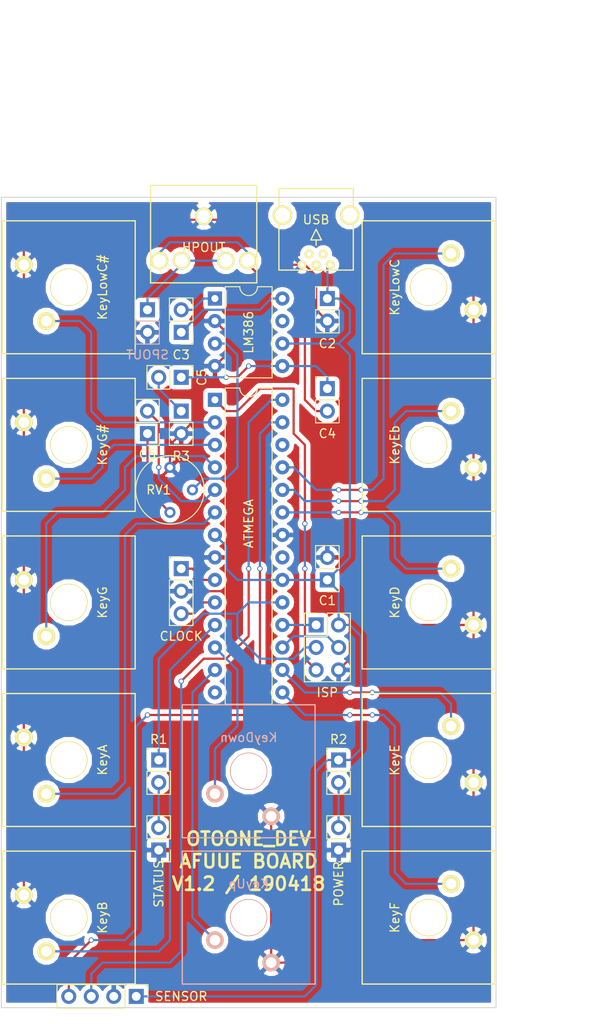
<source format=kicad_pcb>
(kicad_pcb (version 4) (host pcbnew 4.0.1-stable)
  (layers (0 F.Cu signal) (31 B.Cu signal) (34 B.Paste user) (35 F.Paste user) (36 B.SilkS user) (37 F.SilkS user) (38 B.Mask user) (39 F.Mask user) (44 Edge.Cuts user))
  (net 0 "")
  (net 1 "Net-(IC1-Pad1)")
  (net 2 "Net-(IC1-Pad15)")
  (net 3 "Net-(IC1-Pad2)")
  (net 4 "Net-(IC1-Pad16)")
  (net 5 "Net-(IC1-Pad3)")
  (net 6 "Net-(IC1-Pad17)")
  (net 7 "Net-(IC1-Pad4)")
  (net 8 "Net-(IC1-Pad18)")
  (net 9 "Net-(IC1-Pad19)")
  (net 10 "Net-(IC1-Pad6)")
  (net 11 "Net-(IC1-Pad21)")
  (net 12 "Net-(IC1-Pad23)")
  (net 13 "Net-(IC1-Pad24)")
  (net 14 "Net-(IC1-Pad11)")
  (net 15 "Net-(IC1-Pad25)")
  (net 16 "Net-(IC1-Pad12)")
  (net 17 "Net-(IC1-Pad26)")
  (net 18 "Net-(IC1-Pad13)")
  (net 19 "Net-(IC1-Pad27)")
  (net 20 "Net-(IC1-Pad14)")
  (net 21 "Net-(IC1-Pad28)")
  (net 22 "Net-(POWER1-Pad2)")
  (net 23 "Net-(R1-Pad2)")
  (net 24 GND)
  (net 25 "Net-(CLK1-Pad1)")
  (net 26 "Net-(CLK1-Pad3)")
  (net 27 "Net-(KeyA1-Pad3)")
  (net 28 "Net-(KeyB1-Pad3)")
  (net 29 "Net-(KeyD1-Pad3)")
  (net 30 "Net-(KeyDown1-Pad3)")
  (net 31 "Net-(KeyE1-Pad3)")
  (net 32 "Net-(KeyEb1-Pad3)")
  (net 33 "Net-(KeyF1-Pad3)")
  (net 34 "Net-(KeyG#1-Pad3)")
  (net 35 "Net-(KeyG1-Pad3)")
  (net 36 "Net-(KeyLowC#1-Pad3)")
  (net 37 "Net-(KeyLowC1-Pad3)")
  (net 38 "Net-(KeyUp1-Pad3)")
  (net 39 +5V)
  (net 40 "Net-(C3-Pad1)")
  (net 41 "Net-(C3-Pad2)")
  (net 42 "Net-(C4-Pad1)")
  (net 43 "Net-(C4-Pad2)")
  (net 44 "Net-(USB1-Pad3)")
  (net 45 "Net-(USB1-Pad2)")
  (net 46 "Net-(USB1-Pad4)")
  (net 47 "Net-(USB1-Pad6)")
  (net 48 "Net-(USB1-Pad7)")
  (net 49 "Net-(RV1-Pad2)")
  (net 50 "Net-(C6-Pad2)")
  (net 51 "Net-(C6-Pad1)")
  (net 52 "Net-(C5-Pad2)")
  (net 53 "Net-(HPOUT1-Pad3)")
  (module Housings_DIP:DIP-28_W7.62mm (layer F.Cu) (at 106.68 87.63)
    (fp_text reference ATMEGA (at 3.81 13.97 90) (layer F.SilkS))
    (fp_text value ATMEGA328-P)
    (pad 1 thru_hole rect (at 0 0) (size 1.6 1.6) (drill 0.8) (layers *.Cu *.Mask) (net 1 "Net-(IC1-Pad1)"))
    (pad 15 thru_hole oval (at 7.62 33.02) (size 1.6 1.6) (drill 0.8) (layers *.Cu *.Mask) (net 2 "Net-(IC1-Pad15)"))
    (pad 2 thru_hole oval (at 0 2.54) (size 1.6 1.6) (drill 0.8) (layers *.Cu *.Mask) (net 3 "Net-(IC1-Pad2)"))
    (pad 16 thru_hole oval (at 7.62 30.48) (size 1.6 1.6) (drill 0.8) (layers *.Cu *.Mask) (net 4 "Net-(IC1-Pad16)"))
    (pad 3 thru_hole oval (at 0 5.08) (size 1.6 1.6) (drill 0.8) (layers *.Cu *.Mask) (net 5 "Net-(IC1-Pad3)"))
    (pad 17 thru_hole oval (at 7.62 27.94) (size 1.6 1.6) (drill 0.8) (layers *.Cu *.Mask) (net 6 "Net-(IC1-Pad17)"))
    (pad 4 thru_hole oval (at 0 7.62) (size 1.6 1.6) (drill 0.8) (layers *.Cu *.Mask) (net 7 "Net-(IC1-Pad4)"))
    (pad 18 thru_hole oval (at 7.62 25.4) (size 1.6 1.6) (drill 0.8) (layers *.Cu *.Mask) (net 8 "Net-(IC1-Pad18)"))
    (pad 5 thru_hole oval (at 0 10.16) (size 1.6 1.6) (drill 0.8) (layers *.Cu *.Mask) (net 50 "Net-(C6-Pad2)"))
    (pad 19 thru_hole oval (at 7.62 22.86) (size 1.6 1.6) (drill 0.8) (layers *.Cu *.Mask) (net 9 "Net-(IC1-Pad19)"))
    (pad 6 thru_hole oval (at 0 12.7) (size 1.6 1.6) (drill 0.8) (layers *.Cu *.Mask) (net 10 "Net-(IC1-Pad6)"))
    (pad 20 thru_hole oval (at 7.62 20.32) (size 1.6 1.6) (drill 0.8) (layers *.Cu *.Mask) (net 39 +5V))
    (pad 7 thru_hole oval (at 0 15.24) (size 1.6 1.6) (drill 0.8) (layers *.Cu *.Mask) (net 39 +5V))
    (pad 21 thru_hole oval (at 7.62 17.78) (size 1.6 1.6) (drill 0.8) (layers *.Cu *.Mask) (net 11 "Net-(IC1-Pad21)"))
    (pad 8 thru_hole oval (at 0 17.78) (size 1.6 1.6) (drill 0.8) (layers *.Cu *.Mask) (net 24 GND))
    (pad 22 thru_hole oval (at 7.62 15.24) (size 1.6 1.6) (drill 0.8) (layers *.Cu *.Mask) (net 24 GND))
    (pad 9 thru_hole oval (at 0 20.32) (size 1.6 1.6) (drill 0.8) (layers *.Cu *.Mask) (net 25 "Net-(CLK1-Pad1)"))
    (pad 23 thru_hole oval (at 7.62 12.7) (size 1.6 1.6) (drill 0.8) (layers *.Cu *.Mask) (net 12 "Net-(IC1-Pad23)"))
    (pad 10 thru_hole oval (at 0 22.86) (size 1.6 1.6) (drill 0.8) (layers *.Cu *.Mask) (net 26 "Net-(CLK1-Pad3)"))
    (pad 24 thru_hole oval (at 7.62 10.16) (size 1.6 1.6) (drill 0.8) (layers *.Cu *.Mask) (net 13 "Net-(IC1-Pad24)"))
    (pad 11 thru_hole oval (at 0 25.4) (size 1.6 1.6) (drill 0.8) (layers *.Cu *.Mask) (net 14 "Net-(IC1-Pad11)"))
    (pad 25 thru_hole oval (at 7.62 7.62) (size 1.6 1.6) (drill 0.8) (layers *.Cu *.Mask) (net 15 "Net-(IC1-Pad25)"))
    (pad 12 thru_hole oval (at 0 27.94) (size 1.6 1.6) (drill 0.8) (layers *.Cu *.Mask) (net 16 "Net-(IC1-Pad12)"))
    (pad 26 thru_hole oval (at 7.62 5.08) (size 1.6 1.6) (drill 0.8) (layers *.Cu *.Mask) (net 17 "Net-(IC1-Pad26)"))
    (pad 13 thru_hole oval (at 0 30.48) (size 1.6 1.6) (drill 0.8) (layers *.Cu *.Mask) (net 18 "Net-(IC1-Pad13)"))
    (pad 27 thru_hole oval (at 7.62 2.54) (size 1.6 1.6) (drill 0.8) (layers *.Cu *.Mask) (net 19 "Net-(IC1-Pad27)"))
    (pad 14 thru_hole oval (at 0 33.02) (size 1.6 1.6) (drill 0.8) (layers *.Cu *.Mask) (net 20 "Net-(IC1-Pad14)"))
    (pad 28 thru_hole oval (at 7.62 0) (size 1.6 1.6) (drill 0.8) (layers *.Cu *.Mask) (net 21 "Net-(IC1-Pad28)"))
  )
  (module Pin_Headers:Pin_Header_Straight_2x03_Pitch2.54mm (layer F.Cu) (at 118.11 113.03)
    (fp_text reference ISP (at 1.27 7.62) (layer F.SilkS))
    (fp_text value ISP)
    (pad 1 thru_hole rect (at 0 0) (size 1.7 1.7) (drill 1) (layers *.Cu *.Mask) (net 8 "Net-(IC1-Pad18)"))
    (pad 2 thru_hole oval (at 2.54 0) (size 1.7 1.7) (drill 1) (layers *.Cu *.Mask) (net 39 +5V))
    (pad 3 thru_hole oval (at 0 2.54) (size 1.7 1.7) (drill 1) (layers *.Cu *.Mask) (net 9 "Net-(IC1-Pad19)"))
    (pad 4 thru_hole oval (at 2.54 2.54) (size 1.7 1.7) (drill 1) (layers *.Cu *.Mask) (net 6 "Net-(IC1-Pad17)"))
    (pad 5 thru_hole oval (at 0 5.08) (size 1.7 1.7) (drill 1) (layers *.Cu *.Mask) (net 1 "Net-(IC1-Pad1)"))
    (pad 6 thru_hole oval (at 2.54 5.08) (size 1.7 1.7) (drill 1) (layers *.Cu *.Mask) (net 24 GND))
  )
  (module Pin_Headers:Pin_Header_Straight_1x03_Pitch2.54mm (layer F.Cu) (at 102.87 106.68)
    (fp_text reference CLOCK (at 0 7.62) (layer F.SilkS))
    (fp_text value CLOCK)
    (pad 1 thru_hole rect (at 0 0) (size 1.7 1.7) (drill 1) (layers *.Cu *.Mask) (net 25 "Net-(CLK1-Pad1)"))
    (pad 2 thru_hole oval (at 0 2.54) (size 1.7 1.7) (drill 1) (layers *.Cu *.Mask) (net 24 GND))
    (pad 3 thru_hole oval (at 0 5.08) (size 1.7 1.7) (drill 1) (layers *.Cu *.Mask) (net 26 "Net-(CLK1-Pad3)"))
  )
  (module Pin_Headers:Pin_Header_Straight_1x04_Pitch2.54mm (layer F.Cu) (at 97.79 154.94 270)
    (fp_text reference SENSOR (at 0 -5.08 360) (layer F.SilkS))
    (fp_text value BMP180)
    (pad 1 thru_hole rect (at 0 0 270) (size 1.7 1.7) (drill 1) (layers *.Cu *.Mask) (net 39 +5V))
    (pad 2 thru_hole oval (at 0 2.54 270) (size 1.7 1.7) (drill 1) (layers *.Cu *.Mask) (net 24 GND))
    (pad 3 thru_hole oval (at 0 5.08 270) (size 1.7 1.7) (drill 1) (layers *.Cu *.Mask) (net 21 "Net-(IC1-Pad28)"))
    (pad 4 thru_hole oval (at 0 7.62 270) (size 1.7 1.7) (drill 1) (layers *.Cu *.Mask) (net 19 "Net-(IC1-Pad27)"))
  )
  (module Pin_Headers:Pin_Header_Straight_1x02_Pitch2.54mm (layer F.Cu) (at 120.65 138.43 180)
    (fp_text reference POWER (at 0 -3.81 270) (layer F.SilkS))
    (fp_text value LED)
    (pad 1 thru_hole rect (at 0 0 180) (size 1.7 1.7) (drill 1) (layers *.Cu *.Mask) (net 24 GND))
    (pad 2 thru_hole oval (at 0 2.54 180) (size 1.7 1.7) (drill 1) (layers *.Cu *.Mask) (net 22 "Net-(POWER1-Pad2)"))
  )
  (module Pin_Headers:Pin_Header_Straight_1x02_Pitch2.54mm (layer F.Cu) (at 100.33 128.27)
    (fp_text reference R1 (at 0 -2.33) (layer F.SilkS))
    (fp_text value R)
    (pad 1 thru_hole rect (at 0 0) (size 1.7 1.7) (drill 1) (layers *.Cu *.Mask) (net 9 "Net-(IC1-Pad19)"))
    (pad 2 thru_hole oval (at 0 2.54) (size 1.7 1.7) (drill 1) (layers *.Cu *.Mask) (net 23 "Net-(R1-Pad2)"))
  )
  (module Pin_Headers:Pin_Header_Straight_1x02_Pitch2.54mm (layer F.Cu) (at 120.65 128.27)
    (fp_text reference R2 (at 0 -2.33) (layer F.SilkS))
    (fp_text value R)
    (pad 1 thru_hole rect (at 0 0) (size 1.7 1.7) (drill 1) (layers *.Cu *.Mask) (net 39 +5V))
    (pad 2 thru_hole oval (at 0 2.54) (size 1.7 1.7) (drill 1) (layers *.Cu *.Mask) (net 22 "Net-(POWER1-Pad2)"))
  )
  (module Pin_Headers:Pin_Header_Straight_1x02_Pitch2.54mm (layer F.Cu) (at 100.33 138.43 180)
    (fp_text reference STATUS (at 0 -3.81 270) (layer F.SilkS))
    (fp_text value LED)
    (pad 1 thru_hole rect (at 0 0 180) (size 1.7 1.7) (drill 1) (layers *.Cu *.Mask) (net 24 GND))
    (pad 2 thru_hole oval (at 0 2.54 180) (size 1.7 1.7) (drill 1) (layers *.Cu *.Mask) (net 23 "Net-(R1-Pad2)"))
  )
  (module Pin_Headers:Pin_Header_Straight_1x02_Pitch2.54mm (layer B.Cu) (at 99.06 77.47 180)
    (fp_text reference SPOUT (at 0 -5.08 180) (layer B.SilkS) (effects (justify mirror)))
    (fp_text value SPOUT)
    (pad 1 thru_hole rect (at 0 0 180) (size 1.7 1.7) (drill 1) (layers *.Cu *.Mask) (net 53 "Net-(HPOUT1-Pad3)"))
    (pad 2 thru_hole oval (at 0 -2.54 180) (size 1.7 1.7) (drill 1) (layers *.Cu *.Mask) (net 24 GND))
  )
  (module CherryMX-Switch:CherryMX-Switch (layer F.Cu) (at 90.17 74.93 90)
    (fp_text reference KeyLowC# (at 0 3.81 90) (layer F.SilkS))
    (fp_text value KeyLowC#)
    (pad 1 thru_hole circle (at -3.81 -2.54 90) (size 2 2) (drill 1.2) (layers *.Cu *.Mask F.SilkS) (net 3 "Net-(IC1-Pad2)"))
    (pad 2 thru_hole circle (at 2.54 -5.08 90) (size 2 2) (drill 1.2) (layers *.Cu *.Mask F.SilkS) (net 24 GND))
    (pad 3 thru_hole circle (at 0 0 90) (size 4.2 4.2) (drill 4) (layers *.Cu *.Mask F.SilkS) (net 36 "Net-(KeyLowC#1-Pad3)"))
  )
  (module CherryMX-Switch:CherryMX-Switch (layer F.Cu) (at 90.17 92.71 90)
    (fp_text reference KeyG# (at 0 3.81 90) (layer F.SilkS))
    (fp_text value KeyG#)
    (pad 1 thru_hole circle (at -3.81 -2.54 90) (size 2 2) (drill 1.2) (layers *.Cu *.Mask F.SilkS) (net 5 "Net-(IC1-Pad3)"))
    (pad 2 thru_hole circle (at 2.54 -5.08 90) (size 2 2) (drill 1.2) (layers *.Cu *.Mask F.SilkS) (net 24 GND))
    (pad 3 thru_hole circle (at 0 0 90) (size 4.2 4.2) (drill 4) (layers *.Cu *.Mask F.SilkS) (net 34 "Net-(KeyG#1-Pad3)"))
  )
  (module CherryMX-Switch:CherryMX-Switch (layer F.Cu) (at 90.17 110.49 90)
    (fp_text reference KeyG (at 0 3.81 90) (layer F.SilkS))
    (fp_text value KeyG)
    (pad 1 thru_hole circle (at -3.81 -2.54 90) (size 2 2) (drill 1.2) (layers *.Cu *.Mask F.SilkS) (net 7 "Net-(IC1-Pad4)"))
    (pad 2 thru_hole circle (at 2.54 -5.08 90) (size 2 2) (drill 1.2) (layers *.Cu *.Mask F.SilkS) (net 24 GND))
    (pad 3 thru_hole circle (at 0 0 90) (size 4.2 4.2) (drill 4) (layers *.Cu *.Mask F.SilkS) (net 35 "Net-(KeyG1-Pad3)"))
  )
  (module CherryMX-Switch:CherryMX-Switch (layer F.Cu) (at 90.17 128.27 90)
    (fp_text reference KeyA (at 0 3.81 90) (layer F.SilkS))
    (fp_text value KeyA)
    (pad 1 thru_hole circle (at -3.81 -2.54 90) (size 2 2) (drill 1.2) (layers *.Cu *.Mask F.SilkS) (net 10 "Net-(IC1-Pad6)"))
    (pad 2 thru_hole circle (at 2.54 -5.08 90) (size 2 2) (drill 1.2) (layers *.Cu *.Mask F.SilkS) (net 24 GND))
    (pad 3 thru_hole circle (at 0 0 90) (size 4.2 4.2) (drill 4) (layers *.Cu *.Mask F.SilkS) (net 27 "Net-(KeyA1-Pad3)"))
  )
  (module CherryMX-Switch:CherryMX-Switch (layer F.Cu) (at 90.17 146.05 90)
    (fp_text reference KeyB (at 0 3.81 90) (layer F.SilkS))
    (fp_text value KeyB)
    (pad 1 thru_hole circle (at -3.81 -2.54 90) (size 2 2) (drill 1.2) (layers *.Cu *.Mask F.SilkS) (net 14 "Net-(IC1-Pad11)"))
    (pad 2 thru_hole circle (at 2.54 -5.08 90) (size 2 2) (drill 1.2) (layers *.Cu *.Mask F.SilkS) (net 24 GND))
    (pad 3 thru_hole circle (at 0 0 90) (size 4.2 4.2) (drill 4) (layers *.Cu *.Mask F.SilkS) (net 28 "Net-(KeyB1-Pad3)"))
  )
  (module CherryMX-Switch:CherryMX-Switch (layer F.Cu) (at 130.81 146.05 270)
    (fp_text reference KeyF (at 0 3.81 270) (layer F.SilkS))
    (fp_text value KeyF)
    (pad 1 thru_hole circle (at -3.81 -2.54 270) (size 2 2) (drill 1.2) (layers *.Cu *.Mask F.SilkS) (net 2 "Net-(IC1-Pad15)"))
    (pad 2 thru_hole circle (at 2.54 -5.08 270) (size 2 2) (drill 1.2) (layers *.Cu *.Mask F.SilkS) (net 24 GND))
    (pad 3 thru_hole circle (at 0 0 270) (size 4.2 4.2) (drill 4) (layers *.Cu *.Mask F.SilkS) (net 33 "Net-(KeyF1-Pad3)"))
  )
  (module CherryMX-Switch:CherryMX-Switch (layer B.Cu) (at 110.49 129.54)
    (fp_text reference KeyDown (at 0 -3.81) (layer B.SilkS) (effects (justify mirror)))
    (fp_text value KeyOctDown)
    (pad 1 thru_hole circle (at -3.81 2.54) (size 2 2) (drill 1.2) (layers *.Cu *.Mask B.SilkS) (net 16 "Net-(IC1-Pad12)"))
    (pad 2 thru_hole circle (at 2.54 5.08) (size 2 2) (drill 1.2) (layers *.Cu *.Mask B.SilkS) (net 24 GND))
    (pad 3 thru_hole circle (at 0 0) (size 4.2 4.2) (drill 4) (layers *.Cu *.Mask B.SilkS) (net 30 "Net-(KeyDown1-Pad3)"))
  )
  (module CherryMX-Switch:CherryMX-Switch (layer B.Cu) (at 110.49 146.05)
    (fp_text reference KeyUp (at 0 -3.81) (layer B.SilkS) (effects (justify mirror)))
    (fp_text value KeyOctUp)
    (pad 1 thru_hole circle (at -3.81 2.54) (size 2 2) (drill 1.2) (layers *.Cu *.Mask B.SilkS) (net 18 "Net-(IC1-Pad13)"))
    (pad 2 thru_hole circle (at 2.54 5.08) (size 2 2) (drill 1.2) (layers *.Cu *.Mask B.SilkS) (net 24 GND))
    (pad 3 thru_hole circle (at 0 0) (size 4.2 4.2) (drill 4) (layers *.Cu *.Mask B.SilkS) (net 38 "Net-(KeyUp1-Pad3)"))
  )
  (module CherryMX-Switch:CherryMX-Switch (layer F.Cu) (at 130.81 128.27 270)
    (fp_text reference KeyE (at 0 3.81 270) (layer F.SilkS))
    (fp_text value KeyE)
    (pad 1 thru_hole circle (at -3.81 -2.54 270) (size 2 2) (drill 1.2) (layers *.Cu *.Mask F.SilkS) (net 4 "Net-(IC1-Pad16)"))
    (pad 2 thru_hole circle (at 2.54 -5.08 270) (size 2 2) (drill 1.2) (layers *.Cu *.Mask F.SilkS) (net 24 GND))
    (pad 3 thru_hole circle (at 0 0 270) (size 4.2 4.2) (drill 4) (layers *.Cu *.Mask F.SilkS) (net 31 "Net-(KeyE1-Pad3)"))
  )
  (module CherryMX-Switch:CherryMX-Switch (layer F.Cu) (at 130.81 110.49 270)
    (fp_text reference KeyD (at 0 3.81 270) (layer F.SilkS))
    (fp_text value KeyD)
    (pad 1 thru_hole circle (at -3.81 -2.54 270) (size 2 2) (drill 1.2) (layers *.Cu *.Mask F.SilkS) (net 12 "Net-(IC1-Pad23)"))
    (pad 2 thru_hole circle (at 2.54 -5.08 270) (size 2 2) (drill 1.2) (layers *.Cu *.Mask F.SilkS) (net 24 GND))
    (pad 3 thru_hole circle (at 0 0 270) (size 4.2 4.2) (drill 4) (layers *.Cu *.Mask F.SilkS) (net 29 "Net-(KeyD1-Pad3)"))
  )
  (module CherryMX-Switch:CherryMX-Switch (layer F.Cu) (at 130.81 92.71 270)
    (fp_text reference KeyEb (at 0 3.81 270) (layer F.SilkS))
    (fp_text value KeyEb)
    (pad 1 thru_hole circle (at -3.81 -2.54 270) (size 2 2) (drill 1.2) (layers *.Cu *.Mask F.SilkS) (net 13 "Net-(IC1-Pad24)"))
    (pad 2 thru_hole circle (at 2.54 -5.08 270) (size 2 2) (drill 1.2) (layers *.Cu *.Mask F.SilkS) (net 24 GND))
    (pad 3 thru_hole circle (at 0 0 270) (size 4.2 4.2) (drill 4) (layers *.Cu *.Mask F.SilkS) (net 32 "Net-(KeyEb1-Pad3)"))
  )
  (module CherryMX-Switch:CherryMX-Switch (layer F.Cu) (at 130.81 74.93 270)
    (fp_text reference KeyLowC (at 0 3.81 270) (layer F.SilkS))
    (fp_text value KeyLowC)
    (pad 1 thru_hole circle (at -3.81 -2.54 270) (size 2 2) (drill 1.2) (layers *.Cu *.Mask F.SilkS) (net 15 "Net-(IC1-Pad25)"))
    (pad 2 thru_hole circle (at 2.54 -5.08 270) (size 2 2) (drill 1.2) (layers *.Cu *.Mask F.SilkS) (net 24 GND))
    (pad 3 thru_hole circle (at 0 0 270) (size 4.2 4.2) (drill 4) (layers *.Cu *.Mask F.SilkS) (net 37 "Net-(KeyLowC1-Pad3)"))
  )
  (module Pin_Headers:Pin_Header_Straight_1x02_Pitch2.54mm (layer F.Cu) (at 119.38 107.95 180)
    (fp_text reference C1 (at 0 -2.33 180) (layer F.SilkS))
    (fp_text value C)
    (pad 1 thru_hole rect (at 0 0 180) (size 1.7 1.7) (drill 1) (layers *.Cu *.Mask) (net 39 +5V))
    (pad 2 thru_hole oval (at 0 2.54 180) (size 1.7 1.7) (drill 1) (layers *.Cu *.Mask) (net 24 GND))
  )
  (module Pin_Headers:Pin_Header_Straight_1x02_Pitch2.54mm (layer F.Cu) (at 119.38 86.36)
    (fp_text reference C4 (at 0 5.08 180) (layer F.SilkS))
    (fp_text value CP1)
    (pad 1 thru_hole rect (at 0 0) (size 1.7 1.7) (drill 1) (layers *.Cu *.Mask) (net 42 "Net-(C4-Pad1)"))
    (pad 2 thru_hole oval (at 0 2.54) (size 1.7 1.7) (drill 1) (layers *.Cu *.Mask) (net 43 "Net-(C4-Pad2)"))
  )
  (module Pin_Headers:Pin_Header_Straight_1x02_Pitch2.54mm (layer F.Cu) (at 102.87 80.01 180)
    (fp_text reference C3 (at 0 -2.54 180) (layer F.SilkS))
    (fp_text value C)
    (pad 1 thru_hole rect (at 0 0 180) (size 1.7 1.7) (drill 1) (layers *.Cu *.Mask) (net 40 "Net-(C3-Pad1)"))
    (pad 2 thru_hole oval (at 0 2.54 180) (size 1.7 1.7) (drill 1) (layers *.Cu *.Mask) (net 41 "Net-(C3-Pad2)"))
  )
  (module Housings_DIP:DIP-8_W7.62mm (layer F.Cu) (at 106.68 76.2)
    (fp_text reference LM386 (at 3.81 3.81 90) (layer F.SilkS))
    (fp_text value LM386)
    (pad 1 thru_hole rect (at 0 0) (size 1.6 1.6) (drill 0.8) (layers *.Cu *.Mask) (net 41 "Net-(C3-Pad2)"))
    (pad 5 thru_hole oval (at 7.62 7.62) (size 1.6 1.6) (drill 0.8) (layers *.Cu *.Mask) (net 42 "Net-(C4-Pad1)"))
    (pad 2 thru_hole oval (at 0 2.54) (size 1.6 1.6) (drill 0.8) (layers *.Cu *.Mask) (net 24 GND))
    (pad 6 thru_hole oval (at 7.62 5.08) (size 1.6 1.6) (drill 0.8) (layers *.Cu *.Mask) (net 39 +5V))
    (pad 3 thru_hole oval (at 0 5.08) (size 1.6 1.6) (drill 0.8) (layers *.Cu *.Mask) (net 49 "Net-(RV1-Pad2)"))
    (pad 7 thru_hole oval (at 7.62 2.54) (size 1.6 1.6) (drill 0.8) (layers *.Cu *.Mask))
    (pad 4 thru_hole oval (at 0 7.62) (size 1.6 1.6) (drill 0.8) (layers *.Cu *.Mask) (net 24 GND))
    (pad 8 thru_hole oval (at 7.62 0) (size 1.6 1.6) (drill 0.8) (layers *.Cu *.Mask) (net 40 "Net-(C3-Pad1)"))
  )
  (module "MiniUSB_B:miniUSB(USB32BJ)" (layer F.Cu) (at 118.11 72.39 180)
    (fp_text reference USB (at 0 5.08 180) (layer F.SilkS))
    (fp_text value miniUSB)
    (pad 3 thru_hole circle (at 0 0 180) (size 1 1) (drill 0.5) (layers *.Cu *.Mask F.SilkS) (net 44 "Net-(USB1-Pad3)"))
    (pad 5 thru_hole circle (at 1.6 0 180) (size 1 1) (drill 0.5) (layers *.Cu *.Mask F.SilkS) (net 24 GND))
    (pad 1 thru_hole circle (at -1.6 0 180) (size 1 1) (drill 0.5) (layers *.Cu *.Mask F.SilkS) (net 39 +5V))
    (pad 2 thru_hole circle (at -0.8 1.2 180) (size 1 1) (drill 0.5) (layers *.Cu *.Mask F.SilkS) (net 45 "Net-(USB1-Pad2)"))
    (pad 4 thru_hole circle (at 0.8 1.2 180) (size 1 1) (drill 0.5) (layers *.Cu *.Mask F.SilkS) (net 46 "Net-(USB1-Pad4)"))
    (pad 6 thru_hole circle (at 3.8 5.6 180) (size 2.2 2.2) (drill 1.7) (layers *.Cu *.Mask F.SilkS) (net 47 "Net-(USB1-Pad6)"))
    (pad 7 thru_hole circle (at -3.8 5.6 180) (size 2.2 2.2) (drill 1.7) (layers *.Cu *.Mask F.SilkS) (net 48 "Net-(USB1-Pad7)"))
  )
  (module Potentiometers:Potentiometer_Trimmer_Bourns_3339P_Horizontal (layer F.Cu) (at 101.6 95.25 180)
    (fp_text reference RV1 (at 1.27 -2.54 180) (layer F.SilkS))
    (fp_text value POT)
    (pad 3 thru_hole circle (at 0 -5.08 180) (size 1.26 1.26) (drill 0.7) (layers *.Cu *.Mask) (net 51 "Net-(C6-Pad1)"))
    (pad 2 thru_hole circle (at -2.54 -2.54 180) (size 1.26 1.26) (drill 0.7) (layers *.Cu *.Mask) (net 49 "Net-(RV1-Pad2)"))
    (pad 1 thru_hole circle (at 0 0 180) (size 1.26 1.26) (drill 0.7) (layers *.Cu *.Mask) (net 24 GND))
  )
  (module Pin_Headers:Pin_Header_Straight_1x02_Pitch2.54mm (layer F.Cu) (at 119.38 76.2)
    (fp_text reference C2 (at 0 5.08) (layer F.SilkS))
    (fp_text value CP1)
    (pad 1 thru_hole rect (at 0 0) (size 1.7 1.7) (drill 1) (layers *.Cu *.Mask) (net 39 +5V))
    (pad 2 thru_hole oval (at 0 2.54) (size 1.7 1.7) (drill 1) (layers *.Cu *.Mask) (net 24 GND))
  )
  (module Pin_Headers:Pin_Header_Straight_1x02_Pitch2.54mm (layer F.Cu) (at 102.87 85.09 270)
    (fp_text reference C5 (at 0 -2.33 270) (layer F.SilkS))
    (fp_text value C)
    (pad 1 thru_hole rect (at 0 0 270) (size 1.7 1.7) (drill 1) (layers *.Cu *.Mask) (net 42 "Net-(C4-Pad1)"))
    (pad 2 thru_hole oval (at 0 2.54 270) (size 1.7 1.7) (drill 1) (layers *.Cu *.Mask) (net 52 "Net-(C5-Pad2)"))
  )
  (module Pin_Headers:Pin_Header_Straight_1x02_Pitch2.54mm (layer F.Cu) (at 99.06 91.44 180)
    (fp_text reference C6 (at 0 -2.33 180) (layer F.SilkS))
    (fp_text value C)
    (pad 1 thru_hole rect (at 0 0 180) (size 1.7 1.7) (drill 1) (layers *.Cu *.Mask) (net 51 "Net-(C6-Pad1)"))
    (pad 2 thru_hole oval (at 0 2.54 180) (size 1.7 1.7) (drill 1) (layers *.Cu *.Mask) (net 50 "Net-(C6-Pad2)"))
  )
  (module Pin_Headers:Pin_Header_Straight_1x02_Pitch2.54mm (layer F.Cu) (at 102.87 88.9)
    (fp_text reference R3 (at 0 5.08) (layer F.SilkS))
    (fp_text value R)
    (pad 1 thru_hole rect (at 0 0) (size 1.7 1.7) (drill 1) (layers *.Cu *.Mask) (net 52 "Net-(C5-Pad2)"))
    (pad 2 thru_hole oval (at 0 2.54) (size 1.7 1.7) (drill 1) (layers *.Cu *.Mask) (net 24 GND))
  )
  (module "HPJack_PJ307:PJ-307 AudioJack" (layer F.Cu) (at 105.41 74.93)
    (fp_text reference HPOUT (at 0 -4.5) (layer F.SilkS))
    (fp_text value HPOUT)
    (pad 1 thru_hole circle (at 0 -8) (size 2 2) (drill 1.5) (layers *.Cu *.Mask F.SilkS) (net 24 GND))
    (pad 2 thru_hole circle (at 5 -3) (size 2 2) (drill 1.5) (layers *.Cu *.Mask F.SilkS) (net 43 "Net-(C4-Pad2)"))
    (pad 3 thru_hole circle (at 2.5 -3) (size 2 2) (drill 1.5) (layers *.Cu *.Mask F.SilkS) (net 53 "Net-(HPOUT1-Pad3)"))
    (pad 4 thru_hole circle (at -2.5 -3) (size 2 2) (drill 1.5) (layers *.Cu *.Mask F.SilkS) (net 53 "Net-(HPOUT1-Pad3)"))
    (pad 5 thru_hole circle (at -5 -3) (size 2 2) (drill 1.5) (layers *.Cu *.Mask F.SilkS) (net 43 "Net-(C4-Pad2)"))
  )
  (gr_text "V1.2 / 190418" (at 110.49 142.24) (layer F.SilkS) (effects (font (size 1.5 1.5) (thickness 0.3))))
  (gr_text "AFUUE BOARD\n" (at 110.49 139.7) (layer F.SilkS) (effects (font (size 1.5 1.5) (thickness 0.3))))
  (gr_text OTOONE_DEV (at 110.49 137.16) (layer F.SilkS) (effects (font (size 1.5 1.5) (thickness 0.3))))
  (gr_line (start 82.55 156.21) (end 82.55 64.77) (angle 90) (layer Edge.Cuts) (width 0.1))
  (gr_line (start 138.43 156.21) (end 82.55 156.21) (angle 90) (layer Edge.Cuts) (width 0.1))
  (gr_line (start 138.43 64.77) (end 138.43 156.21) (angle 90) (layer Edge.Cuts) (width 0.1))
  (gr_line (start 82.55 64.77) (end 138.43 64.77) (angle 90) (layer Edge.Cuts) (width 0.1))
  (segment (start 112.09 72.06) (end 112.09 72.39) (width 0.25) (layer F.Cu) (net 0))
  (segment (start 118.11 118.11) (end 116.84 116.84) (width 0.25) (layer F.Cu) (net 1))
  (segment (start 107.95 88.9) (end 106.68 87.63) (width 0.25) (layer F.Cu) (net 1))
  (segment (start 109.22 88.9) (end 107.95 88.9) (width 0.25) (layer F.Cu) (net 1))
  (segment (start 111.76 86.36) (end 109.22 88.9) (width 0.25) (layer F.Cu) (net 1))
  (segment (start 115.57 86.36) (end 111.76 86.36) (width 0.25) (layer F.Cu) (net 1))
  (segment (start 115.57 91.44) (end 115.57 86.36) (width 0.25) (layer F.Cu) (net 1))
  (segment (start 116.84 106.68) (end 116.84 116.84) (width 0.25) (layer F.Cu) (net 1))
  (segment (start 116.84 101.6) (end 116.84 92.71) (width 0.25) (layer F.Cu) (net 1))
  (via (at 116.84 101.6) (size 0.6) (drill 0.4) (layers F.Cu B.Cu) (net 1))
  (segment (start 116.84 101.6) (end 116.84 106.68) (width 0.25) (layer B.Cu) (net 1))
  (via (at 116.84 106.68) (size 0.6) (drill 0.4) (layers F.Cu B.Cu) (net 1))
  (segment (start 116.84 92.71) (end 115.57 91.44) (width 0.25) (layer F.Cu) (net 1))
  (segment (start 114.3 120.65) (end 116.84 123.19) (width 0.25) (layer B.Cu) (net 2))
  (segment (start 128.27 142.24) (end 133.35 142.24) (width 0.25) (layer B.Cu) (net 2))
  (segment (start 127 140.97) (end 128.27 142.24) (width 0.25) (layer B.Cu) (net 2))
  (segment (start 127 124.46) (end 127 140.97) (width 0.25) (layer B.Cu) (net 2))
  (segment (start 125.73 123.19) (end 127 124.46) (width 0.25) (layer B.Cu) (net 2))
  (segment (start 124.46 123.19) (end 125.73 123.19) (width 0.25) (layer B.Cu) (net 2))
  (via (at 124.46 123.19) (size 0.6) (drill 0.4) (layers F.Cu B.Cu) (net 2))
  (segment (start 121.92 123.19) (end 124.46 123.19) (width 0.25) (layer F.Cu) (net 2))
  (via (at 121.92 123.19) (size 0.6) (drill 0.4) (layers F.Cu B.Cu) (net 2))
  (segment (start 116.84 123.19) (end 121.92 123.19) (width 0.25) (layer B.Cu) (net 2))
  (segment (start 106.68 90.17) (end 93.98 90.17) (width 0.25) (layer B.Cu) (net 3))
  (segment (start 91.44 78.74) (end 87.63 78.74) (width 0.25) (layer B.Cu) (net 3))
  (segment (start 92.71 80.01) (end 91.44 78.74) (width 0.25) (layer B.Cu) (net 3))
  (segment (start 92.71 88.9) (end 92.71 80.01) (width 0.25) (layer B.Cu) (net 3))
  (segment (start 93.98 90.17) (end 92.71 88.9) (width 0.25) (layer B.Cu) (net 3))
  (segment (start 114.3 118.11) (end 116.84 120.65) (width 0.25) (layer B.Cu) (net 4))
  (segment (start 133.35 121.92) (end 133.35 124.46) (width 0.25) (layer B.Cu) (net 4))
  (segment (start 132.08 120.65) (end 133.35 121.92) (width 0.25) (layer B.Cu) (net 4))
  (segment (start 124.46 120.65) (end 132.08 120.65) (width 0.25) (layer B.Cu) (net 4))
  (via (at 124.46 120.65) (size 0.6) (drill 0.4) (layers F.Cu B.Cu) (net 4))
  (segment (start 121.92 120.65) (end 124.46 120.65) (width 0.25) (layer F.Cu) (net 4))
  (via (at 121.92 120.65) (size 0.6) (drill 0.4) (layers F.Cu B.Cu) (net 4))
  (segment (start 116.84 120.65) (end 121.92 120.65) (width 0.25) (layer B.Cu) (net 4))
  (segment (start 106.68 92.71) (end 95.25 92.71) (width 0.25) (layer B.Cu) (net 5))
  (segment (start 92.71 96.52) (end 87.63 96.52) (width 0.25) (layer B.Cu) (net 5))
  (segment (start 93.98 95.25) (end 92.71 96.52) (width 0.25) (layer B.Cu) (net 5))
  (segment (start 93.98 93.98) (end 93.98 95.25) (width 0.25) (layer B.Cu) (net 5))
  (segment (start 95.25 92.71) (end 93.98 93.98) (width 0.25) (layer B.Cu) (net 5))
  (segment (start 114.3 115.57) (end 115.57 114.3) (width 0.25) (layer B.Cu) (net 6))
  (segment (start 119.38 114.3) (end 120.65 115.57) (width 0.25) (layer B.Cu) (net 6))
  (segment (start 115.57 114.3) (end 119.38 114.3) (width 0.25) (layer B.Cu) (net 6))
  (segment (start 87.63 101.6) (end 87.63 114.3) (width 0.25) (layer B.Cu) (net 7))
  (segment (start 88.9 100.33) (end 87.63 101.6) (width 0.25) (layer B.Cu) (net 7))
  (segment (start 93.98 100.33) (end 88.9 100.33) (width 0.25) (layer B.Cu) (net 7))
  (segment (start 96.52 97.79) (end 93.98 100.33) (width 0.25) (layer B.Cu) (net 7))
  (segment (start 96.52 95.25) (end 96.52 97.79) (width 0.25) (layer B.Cu) (net 7))
  (segment (start 106.68 95.25) (end 105.41 93.98) (width 0.25) (layer B.Cu) (net 7))
  (segment (start 105.41 93.98) (end 97.79 93.98) (width 0.25) (layer B.Cu) (net 7))
  (segment (start 97.79 93.98) (end 96.52 95.25) (width 0.25) (layer B.Cu) (net 7))
  (segment (start 114.3 113.03) (end 118.11 113.03) (width 0.25) (layer B.Cu) (net 8))
  (segment (start 100.33 128.27) (end 100.33 116.84) (width 0.25) (layer B.Cu) (net 9))
  (segment (start 105.41 111.76) (end 109.22 111.76) (width 0.25) (layer B.Cu) (net 9))
  (segment (start 100.33 116.84) (end 105.41 111.76) (width 0.25) (layer B.Cu) (net 9))
  (segment (start 109.22 114.3) (end 109.22 111.76) (width 0.25) (layer B.Cu) (net 9))
  (segment (start 110.49 110.49) (end 114.3 110.49) (width 0.25) (layer B.Cu) (net 9))
  (segment (start 109.22 111.76) (end 110.49 110.49) (width 0.25) (layer B.Cu) (net 9))
  (segment (start 111.76 116.84) (end 115.57 116.84) (width 0.25) (layer B.Cu) (net 9))
  (segment (start 109.22 114.3) (end 111.76 116.84) (width 0.25) (layer B.Cu) (net 9))
  (segment (start 118.11 115.57) (end 116.84 115.57) (width 0.25) (layer B.Cu) (net 9))
  (segment (start 116.84 115.57) (end 115.57 116.84) (width 0.25) (layer B.Cu) (net 9))
  (segment (start 106.68 100.33) (end 105.41 101.6) (width 0.25) (layer B.Cu) (net 10))
  (segment (start 95.25 132.08) (end 87.63 132.08) (width 0.25) (layer B.Cu) (net 10))
  (segment (start 96.52 130.81) (end 95.25 132.08) (width 0.25) (layer B.Cu) (net 10))
  (segment (start 96.52 102.87) (end 96.52 130.81) (width 0.25) (layer B.Cu) (net 10))
  (segment (start 97.79 101.6) (end 96.52 102.87) (width 0.25) (layer B.Cu) (net 10))
  (segment (start 105.41 101.6) (end 97.79 101.6) (width 0.25) (layer B.Cu) (net 10))
  (segment (start 114.3 100.33) (end 120.65 100.33) (width 0.25) (layer B.Cu) (net 12))
  (segment (start 128.27 106.68) (end 133.35 106.68) (width 0.25) (layer B.Cu) (net 12))
  (segment (start 127 105.41) (end 128.27 106.68) (width 0.25) (layer B.Cu) (net 12))
  (segment (start 127 101.6) (end 127 105.41) (width 0.25) (layer B.Cu) (net 12))
  (segment (start 125.73 100.33) (end 127 101.6) (width 0.25) (layer B.Cu) (net 12))
  (segment (start 123.19 100.33) (end 125.73 100.33) (width 0.25) (layer B.Cu) (net 12))
  (via (at 123.19 100.33) (size 0.6) (drill 0.4) (layers F.Cu B.Cu) (net 12))
  (segment (start 120.65 100.33) (end 123.19 100.33) (width 0.25) (layer F.Cu) (net 12))
  (via (at 120.65 100.33) (size 0.6) (drill 0.4) (layers F.Cu B.Cu) (net 12))
  (segment (start 114.3 97.79) (end 115.57 97.79) (width 0.25) (layer B.Cu) (net 13))
  (segment (start 128.27 88.9) (end 133.35 88.9) (width 0.25) (layer B.Cu) (net 13))
  (segment (start 127 90.17) (end 128.27 88.9) (width 0.25) (layer B.Cu) (net 13))
  (segment (start 127 97.79) (end 127 90.17) (width 0.25) (layer B.Cu) (net 13))
  (segment (start 125.73 99.06) (end 127 97.79) (width 0.25) (layer B.Cu) (net 13))
  (segment (start 123.19 99.06) (end 125.73 99.06) (width 0.25) (layer B.Cu) (net 13))
  (via (at 123.19 99.06) (size 0.6) (drill 0.4) (layers F.Cu B.Cu) (net 13))
  (segment (start 120.65 99.06) (end 123.19 99.06) (width 0.25) (layer F.Cu) (net 13))
  (via (at 120.65 99.06) (size 0.6) (drill 0.4) (layers F.Cu B.Cu) (net 13))
  (segment (start 116.84 99.06) (end 120.65 99.06) (width 0.25) (layer B.Cu) (net 13))
  (segment (start 115.57 97.79) (end 116.84 99.06) (width 0.25) (layer B.Cu) (net 13))
  (segment (start 106.68 113.03) (end 101.6 118.11) (width 0.25) (layer B.Cu) (net 14))
  (segment (start 100.33 149.86) (end 87.63 149.86) (width 0.25) (layer B.Cu) (net 14))
  (segment (start 101.6 148.59) (end 100.33 149.86) (width 0.25) (layer B.Cu) (net 14))
  (segment (start 101.6 118.11) (end 101.6 148.59) (width 0.25) (layer B.Cu) (net 14))
  (segment (start 114.3 95.25) (end 115.57 95.25) (width 0.25) (layer B.Cu) (net 15))
  (segment (start 127 71.12) (end 133.35 71.12) (width 0.25) (layer B.Cu) (net 15))
  (segment (start 125.73 72.39) (end 127 71.12) (width 0.25) (layer B.Cu) (net 15))
  (segment (start 125.73 96.52) (end 125.73 72.39) (width 0.25) (layer B.Cu) (net 15))
  (segment (start 124.46 97.79) (end 125.73 96.52) (width 0.25) (layer B.Cu) (net 15))
  (segment (start 123.19 97.79) (end 124.46 97.79) (width 0.25) (layer B.Cu) (net 15))
  (via (at 123.19 97.79) (size 0.6) (drill 0.4) (layers F.Cu B.Cu) (net 15))
  (segment (start 120.65 97.79) (end 123.19 97.79) (width 0.25) (layer F.Cu) (net 15))
  (via (at 120.65 97.79) (size 0.6) (drill 0.4) (layers F.Cu B.Cu) (net 15))
  (segment (start 118.11 97.79) (end 120.65 97.79) (width 0.25) (layer B.Cu) (net 15))
  (segment (start 115.57 95.25) (end 118.11 97.79) (width 0.25) (layer B.Cu) (net 15))
  (segment (start 106.68 132.08) (end 106.68 127) (width 0.25) (layer B.Cu) (net 16))
  (segment (start 109.22 118.11) (end 106.68 115.57) (width 0.25) (layer B.Cu) (net 16))
  (segment (start 109.22 124.46) (end 109.22 118.11) (width 0.25) (layer B.Cu) (net 16))
  (segment (start 106.68 127) (end 109.22 124.46) (width 0.25) (layer B.Cu) (net 16))
  (segment (start 106.68 148.59) (end 104.14 146.05) (width 0.25) (layer B.Cu) (net 18))
  (segment (start 104.14 120.65) (end 106.68 118.11) (width 0.25) (layer B.Cu) (net 18))
  (segment (start 104.14 146.05) (end 104.14 120.65) (width 0.25) (layer B.Cu) (net 18))
  (segment (start 114.3 90.17) (end 113.03 90.17) (width 0.25) (layer B.Cu) (net 19))
  (segment (start 90.17 151.13) (end 90.17 154.94) (width 0.25) (layer F.Cu) (net 19))
  (segment (start 91.44 149.86) (end 90.17 151.13) (width 0.25) (layer F.Cu) (net 19))
  (segment (start 92.71 148.59) (end 91.44 149.86) (width 0.25) (layer F.Cu) (net 19))
  (via (at 92.71 148.59) (size 0.6) (drill 0.4) (layers F.Cu B.Cu) (net 19))
  (segment (start 96.52 148.59) (end 92.71 148.59) (width 0.25) (layer B.Cu) (net 19))
  (segment (start 97.79 147.32) (end 96.52 148.59) (width 0.25) (layer B.Cu) (net 19))
  (segment (start 97.79 124.46) (end 97.79 147.32) (width 0.25) (layer B.Cu) (net 19))
  (segment (start 99.06 123.19) (end 97.79 124.46) (width 0.25) (layer B.Cu) (net 19))
  (via (at 99.06 123.19) (size 0.6) (drill 0.4) (layers F.Cu B.Cu) (net 19))
  (segment (start 110.49 123.19) (end 99.06 123.19) (width 0.25) (layer F.Cu) (net 19))
  (segment (start 111.76 121.92) (end 110.49 123.19) (width 0.25) (layer F.Cu) (net 19))
  (segment (start 111.76 118.11) (end 111.76 121.92) (width 0.25) (layer F.Cu) (net 19))
  (segment (start 111.76 106.68) (end 111.76 118.11) (width 0.25) (layer F.Cu) (net 19))
  (via (at 111.76 106.68) (size 0.6) (drill 0.4) (layers F.Cu B.Cu) (net 19))
  (segment (start 111.76 91.44) (end 111.76 106.68) (width 0.25) (layer B.Cu) (net 19))
  (segment (start 113.03 90.17) (end 111.76 91.44) (width 0.25) (layer B.Cu) (net 19))
  (segment (start 114.3 87.63) (end 113.03 87.63) (width 0.25) (layer B.Cu) (net 21))
  (segment (start 92.71 152.4) (end 92.71 154.94) (width 0.25) (layer B.Cu) (net 21))
  (segment (start 93.98 151.13) (end 92.71 152.4) (width 0.25) (layer B.Cu) (net 21))
  (segment (start 101.6 151.13) (end 93.98 151.13) (width 0.25) (layer B.Cu) (net 21))
  (segment (start 102.87 149.86) (end 101.6 151.13) (width 0.25) (layer B.Cu) (net 21))
  (segment (start 102.87 119.38) (end 102.87 149.86) (width 0.25) (layer B.Cu) (net 21))
  (via (at 102.87 119.38) (size 0.6) (drill 0.4) (layers F.Cu B.Cu) (net 21))
  (segment (start 105.41 116.84) (end 102.87 119.38) (width 0.25) (layer F.Cu) (net 21))
  (segment (start 107.95 116.84) (end 105.41 116.84) (width 0.25) (layer F.Cu) (net 21))
  (segment (start 110.49 114.3) (end 107.95 116.84) (width 0.25) (layer F.Cu) (net 21))
  (segment (start 110.49 106.68) (end 110.49 114.3) (width 0.25) (layer F.Cu) (net 21))
  (via (at 110.49 106.68) (size 0.6) (drill 0.4) (layers F.Cu B.Cu) (net 21))
  (segment (start 110.49 90.17) (end 110.49 106.68) (width 0.25) (layer B.Cu) (net 21))
  (segment (start 113.03 87.63) (end 110.49 90.17) (width 0.25) (layer B.Cu) (net 21))
  (segment (start 120.65 130.81) (end 120.65 135.89) (width 0.25) (layer B.Cu) (net 22))
  (segment (start 100.33 130.81) (end 100.33 135.89) (width 0.25) (layer B.Cu) (net 23))
  (segment (start 95.25 154.94) (end 95.25 139.7) (width 0.25) (layer F.Cu) (net 24))
  (segment (start 96.52 138.43) (end 100.33 138.43) (width 0.25) (layer F.Cu) (net 24))
  (segment (start 95.25 139.7) (end 96.52 138.43) (width 0.25) (layer F.Cu) (net 24))
  (segment (start 99.06 80.01) (end 99.06 81.28) (width 0.25) (layer F.Cu) (net 24))
  (segment (start 104.14 82.55) (end 105.41 83.82) (width 0.25) (layer F.Cu) (net 24))
  (segment (start 100.33 82.55) (end 104.14 82.55) (width 0.25) (layer F.Cu) (net 24))
  (segment (start 99.06 81.28) (end 100.33 82.55) (width 0.25) (layer F.Cu) (net 24))
  (segment (start 101.6 95.25) (end 101.6 92.71) (width 0.25) (layer F.Cu) (net 24))
  (segment (start 101.6 92.71) (end 102.87 91.44) (width 0.25) (layer F.Cu) (net 24))
  (segment (start 100.33 138.43) (end 113.03 138.43) (width 0.25) (layer F.Cu) (net 24))
  (segment (start 99.06 80.01) (end 96.52 80.01) (width 0.25) (layer F.Cu) (net 24))
  (segment (start 96.52 80.01) (end 96.52 66.04) (width 0.25) (layer F.Cu) (net 24))
  (segment (start 135.89 77.47) (end 135.89 95.25) (width 0.25) (layer F.Cu) (net 24))
  (segment (start 120.65 138.43) (end 113.03 138.43) (width 0.25) (layer F.Cu) (net 24))
  (segment (start 114.3 72.39) (end 114.3 69.85) (width 0.25) (layer F.Cu) (net 24))
  (segment (start 135.89 69.85) (end 135.89 77.47) (width 0.25) (layer F.Cu) (net 24))
  (segment (start 134.62 68.58) (end 135.89 69.85) (width 0.25) (layer F.Cu) (net 24))
  (segment (start 115.57 68.58) (end 134.62 68.58) (width 0.25) (layer F.Cu) (net 24))
  (segment (start 114.3 69.85) (end 115.57 68.58) (width 0.25) (layer F.Cu) (net 24))
  (segment (start 101.6 67.31) (end 101.6 66.04) (width 0.25) (layer F.Cu) (net 24))
  (segment (start 85.09 66.04) (end 85.09 72.39) (width 0.25) (layer F.Cu) (net 24))
  (segment (start 101.6 66.04) (end 96.52 66.04) (width 0.25) (layer F.Cu) (net 24))
  (segment (start 96.52 66.04) (end 85.09 66.04) (width 0.25) (layer F.Cu) (net 24))
  (segment (start 101.6 67.31) (end 105.03 67.31) (width 0.25) (layer F.Cu) (net 24))
  (segment (start 105.03 67.31) (end 105.41 66.93) (width 0.25) (layer F.Cu) (net 24))
  (segment (start 116.51 72.39) (end 114.3 72.39) (width 0.25) (layer F.Cu) (net 24))
  (segment (start 109.22 67.31) (end 105.79 67.31) (width 0.25) (layer F.Cu) (net 24))
  (segment (start 114.3 72.39) (end 109.22 67.31) (width 0.25) (layer F.Cu) (net 24))
  (segment (start 105.79 67.31) (end 105.41 66.93) (width 0.25) (layer F.Cu) (net 24))
  (segment (start 119.38 78.74) (end 118.11 77.47) (width 0.25) (layer F.Cu) (net 24))
  (segment (start 118.11 73.66) (end 116.84 72.39) (width 0.25) (layer F.Cu) (net 24))
  (segment (start 118.11 77.47) (end 118.11 73.66) (width 0.25) (layer F.Cu) (net 24))
  (segment (start 116.84 72.39) (end 116.51 72.39) (width 0.25) (layer F.Cu) (net 24))
  (segment (start 102.87 91.44) (end 104.14 90.17) (width 0.25) (layer F.Cu) (net 24))
  (segment (start 104.14 90.17) (end 104.14 85.09) (width 0.25) (layer F.Cu) (net 24))
  (segment (start 104.14 85.09) (end 105.41 83.82) (width 0.25) (layer F.Cu) (net 24))
  (segment (start 105.41 83.82) (end 106.68 83.82) (width 0.25) (layer F.Cu) (net 24))
  (segment (start 135.89 113.03) (end 135.89 95.25) (width 0.25) (layer F.Cu) (net 24))
  (segment (start 135.89 130.81) (end 135.89 113.03) (width 0.25) (layer F.Cu) (net 24))
  (segment (start 135.89 148.59) (end 135.89 130.81) (width 0.25) (layer F.Cu) (net 24))
  (segment (start 85.09 90.17) (end 85.09 72.39) (width 0.25) (layer F.Cu) (net 24))
  (segment (start 85.09 107.95) (end 85.09 90.17) (width 0.25) (layer F.Cu) (net 24))
  (segment (start 85.09 125.73) (end 85.09 107.95) (width 0.25) (layer F.Cu) (net 24))
  (segment (start 85.09 143.51) (end 85.09 125.73) (width 0.25) (layer F.Cu) (net 24))
  (segment (start 106.68 105.41) (end 109.22 105.41) (width 0.25) (layer F.Cu) (net 24))
  (segment (start 109.22 105.41) (end 111.76 102.87) (width 0.25) (layer F.Cu) (net 24))
  (segment (start 111.76 102.87) (end 114.3 102.87) (width 0.25) (layer F.Cu) (net 24))
  (segment (start 102.87 109.22) (end 107.95 109.22) (width 0.25) (layer F.Cu) (net 24))
  (segment (start 107.95 109.22) (end 109.22 107.95) (width 0.25) (layer F.Cu) (net 24))
  (segment (start 109.22 107.95) (end 109.22 105.41) (width 0.25) (layer F.Cu) (net 24))
  (segment (start 135.89 113.03) (end 128.27 113.03) (width 0.25) (layer F.Cu) (net 24))
  (segment (start 128.27 113.03) (end 121.92 106.68) (width 0.25) (layer F.Cu) (net 24))
  (segment (start 113.03 151.13) (end 113.03 138.43) (width 0.25) (layer F.Cu) (net 24))
  (segment (start 113.03 138.43) (end 113.03 134.62) (width 0.25) (layer F.Cu) (net 24))
  (segment (start 113.03 151.13) (end 115.57 151.13) (width 0.25) (layer F.Cu) (net 24))
  (segment (start 118.11 148.59) (end 120.65 148.59) (width 0.25) (layer F.Cu) (net 24))
  (segment (start 115.57 151.13) (end 118.11 148.59) (width 0.25) (layer F.Cu) (net 24))
  (segment (start 120.65 148.59) (end 135.89 148.59) (width 0.25) (layer F.Cu) (net 24))
  (segment (start 106.68 78.74) (end 107.95 80.01) (width 0.25) (layer F.Cu) (net 24))
  (segment (start 107.95 80.01) (end 107.95 82.55) (width 0.25) (layer F.Cu) (net 24))
  (segment (start 107.95 82.55) (end 106.68 83.82) (width 0.25) (layer F.Cu) (net 24))
  (segment (start 119.38 105.41) (end 120.65 105.41) (width 0.25) (layer F.Cu) (net 24))
  (segment (start 120.65 105.41) (end 121.92 106.68) (width 0.25) (layer F.Cu) (net 24))
  (segment (start 121.92 116.84) (end 120.65 118.11) (width 0.25) (layer F.Cu) (net 24))
  (segment (start 121.92 106.68) (end 121.92 116.84) (width 0.25) (layer F.Cu) (net 24))
  (segment (start 118.11 102.87) (end 119.38 104.14) (width 0.25) (layer F.Cu) (net 24))
  (segment (start 114.3 102.87) (end 118.11 102.87) (width 0.25) (layer F.Cu) (net 24))
  (segment (start 119.38 104.14) (end 119.38 105.41) (width 0.25) (layer F.Cu) (net 24))
  (segment (start 102.87 106.68) (end 104.14 106.68) (width 0.25) (layer F.Cu) (net 25))
  (segment (start 105.41 107.95) (end 106.68 107.95) (width 0.25) (layer F.Cu) (net 25))
  (segment (start 104.14 106.68) (end 105.41 107.95) (width 0.25) (layer F.Cu) (net 25))
  (segment (start 102.87 111.76) (end 104.14 111.76) (width 0.25) (layer F.Cu) (net 26))
  (segment (start 105.41 110.49) (end 106.68 110.49) (width 0.25) (layer F.Cu) (net 26))
  (segment (start 104.14 111.76) (end 105.41 110.49) (width 0.25) (layer F.Cu) (net 26))
  (segment (start 97.79 154.94) (end 116.84 154.94) (width 0.25) (layer B.Cu) (net 39))
  (segment (start 119.38 128.27) (end 120.65 128.27) (width 0.25) (layer B.Cu) (net 39))
  (segment (start 118.11 129.54) (end 119.38 128.27) (width 0.25) (layer B.Cu) (net 39))
  (segment (start 118.11 153.67) (end 118.11 129.54) (width 0.25) (layer B.Cu) (net 39))
  (segment (start 116.84 154.94) (end 118.11 153.67) (width 0.25) (layer B.Cu) (net 39))
  (segment (start 120.65 113.03) (end 121.92 113.03) (width 0.25) (layer B.Cu) (net 39))
  (segment (start 121.92 128.27) (end 120.65 128.27) (width 0.25) (layer B.Cu) (net 39))
  (segment (start 123.19 127) (end 121.92 128.27) (width 0.25) (layer B.Cu) (net 39))
  (segment (start 123.19 114.3) (end 123.19 127) (width 0.25) (layer B.Cu) (net 39))
  (segment (start 121.92 113.03) (end 123.19 114.3) (width 0.25) (layer B.Cu) (net 39))
  (segment (start 120.65 81.28) (end 121.92 80.01) (width 0.25) (layer B.Cu) (net 39))
  (segment (start 120.65 76.2) (end 119.38 76.2) (width 0.25) (layer B.Cu) (net 39))
  (segment (start 121.92 77.47) (end 120.65 76.2) (width 0.25) (layer B.Cu) (net 39))
  (segment (start 121.92 80.01) (end 121.92 77.47) (width 0.25) (layer B.Cu) (net 39))
  (segment (start 119.38 76.2) (end 119.38 72.72) (width 0.25) (layer B.Cu) (net 39))
  (segment (start 119.38 72.72) (end 119.71 72.39) (width 0.25) (layer B.Cu) (net 39))
  (segment (start 115.57 81.28) (end 118.11 81.28) (width 0.25) (layer B.Cu) (net 39))
  (segment (start 121.92 82.55) (end 120.65 81.28) (width 0.25) (layer B.Cu) (net 39))
  (segment (start 114.3 107.95) (end 109.22 107.95) (width 0.25) (layer B.Cu) (net 39))
  (segment (start 107.95 104.14) (end 106.68 102.87) (width 0.25) (layer B.Cu) (net 39))
  (segment (start 107.95 106.68) (end 107.95 104.14) (width 0.25) (layer B.Cu) (net 39))
  (segment (start 109.22 107.95) (end 107.95 106.68) (width 0.25) (layer B.Cu) (net 39))
  (segment (start 119.38 107.95) (end 121.92 105.41) (width 0.25) (layer B.Cu) (net 39))
  (segment (start 121.92 105.41) (end 121.92 82.55) (width 0.25) (layer B.Cu) (net 39))
  (segment (start 118.11 81.28) (end 120.65 81.28) (width 0.25) (layer B.Cu) (net 39))
  (segment (start 114.3 81.28) (end 115.57 81.28) (width 0.25) (layer B.Cu) (net 39))
  (segment (start 119.38 107.95) (end 120.65 109.22) (width 0.25) (layer B.Cu) (net 39))
  (segment (start 120.65 109.22) (end 120.65 113.03) (width 0.25) (layer B.Cu) (net 39))
  (segment (start 114.3 107.95) (end 119.38 107.95) (width 0.25) (layer B.Cu) (net 39))
  (segment (start 102.87 80.01) (end 105.41 77.47) (width 0.25) (layer B.Cu) (net 40))
  (segment (start 113.03 76.2) (end 114.3 76.2) (width 0.25) (layer B.Cu) (net 40))
  (segment (start 111.76 77.47) (end 113.03 76.2) (width 0.25) (layer B.Cu) (net 40))
  (segment (start 105.41 77.47) (end 111.76 77.47) (width 0.25) (layer B.Cu) (net 40))
  (segment (start 102.87 77.47) (end 104.14 77.47) (width 0.25) (layer B.Cu) (net 41))
  (segment (start 105.41 76.2) (end 106.68 76.2) (width 0.25) (layer B.Cu) (net 41))
  (segment (start 104.14 77.47) (end 105.41 76.2) (width 0.25) (layer B.Cu) (net 41))
  (segment (start 114.3 83.82) (end 110.49 83.82) (width 0.25) (layer B.Cu) (net 42))
  (segment (start 107.95 85.09) (end 102.87 85.09) (width 0.25) (layer B.Cu) (net 42))
  (via (at 107.95 85.09) (size 0.6) (drill 0.4) (layers F.Cu B.Cu) (net 42))
  (segment (start 109.22 85.09) (end 107.95 85.09) (width 0.25) (layer F.Cu) (net 42))
  (segment (start 110.49 83.82) (end 109.22 85.09) (width 0.25) (layer F.Cu) (net 42))
  (via (at 110.49 83.82) (size 0.6) (drill 0.4) (layers F.Cu B.Cu) (net 42))
  (segment (start 119.38 86.36) (end 119.38 85.09) (width 0.25) (layer B.Cu) (net 42))
  (segment (start 118.11 83.82) (end 114.3 83.82) (width 0.25) (layer B.Cu) (net 42))
  (segment (start 119.38 85.09) (end 118.11 83.82) (width 0.25) (layer B.Cu) (net 42))
  (segment (start 100.41 71.93) (end 100.41 71.04) (width 0.25) (layer B.Cu) (net 43))
  (segment (start 100.41 71.04) (end 101.6 69.85) (width 0.25) (layer B.Cu) (net 43))
  (segment (start 109.22 69.85) (end 110.41 71.04) (width 0.25) (layer B.Cu) (net 43))
  (segment (start 101.6 69.85) (end 109.22 69.85) (width 0.25) (layer B.Cu) (net 43))
  (segment (start 110.41 71.04) (end 110.41 71.93) (width 0.25) (layer B.Cu) (net 43))
  (segment (start 100.41 71.93) (end 100.41 72.47) (width 0.25) (layer B.Cu) (net 43))
  (segment (start 110.49 72.39) (end 110.49 72.01) (width 0.25) (layer B.Cu) (net 43))
  (segment (start 110.49 72.01) (end 110.41 71.93) (width 0.25) (layer B.Cu) (net 43))
  (segment (start 110.41 71.93) (end 110.41 72.31) (width 0.25) (layer F.Cu) (net 43))
  (segment (start 110.41 72.31) (end 111.76 73.66) (width 0.25) (layer F.Cu) (net 43))
  (segment (start 118.11 88.9) (end 119.38 88.9) (width 0.25) (layer F.Cu) (net 43))
  (segment (start 116.84 87.63) (end 118.11 88.9) (width 0.25) (layer F.Cu) (net 43))
  (segment (start 116.84 74.93) (end 116.84 87.63) (width 0.25) (layer F.Cu) (net 43))
  (segment (start 115.57 73.66) (end 116.84 74.93) (width 0.25) (layer F.Cu) (net 43))
  (segment (start 111.76 73.66) (end 115.57 73.66) (width 0.25) (layer F.Cu) (net 43))
  (segment (start 106.68 81.28) (end 107.95 81.28) (width 0.25) (layer B.Cu) (net 49))
  (segment (start 105.41 96.52) (end 104.14 97.79) (width 0.25) (layer B.Cu) (net 49))
  (segment (start 107.95 96.52) (end 105.41 96.52) (width 0.25) (layer B.Cu) (net 49))
  (segment (start 109.22 95.25) (end 107.95 96.52) (width 0.25) (layer B.Cu) (net 49))
  (segment (start 109.22 82.55) (end 109.22 95.25) (width 0.25) (layer B.Cu) (net 49))
  (segment (start 107.95 81.28) (end 109.22 82.55) (width 0.25) (layer B.Cu) (net 49))
  (segment (start 106.68 97.79) (end 105.41 99.06) (width 0.25) (layer B.Cu) (net 50))
  (segment (start 100.33 90.17) (end 99.06 88.9) (width 0.25) (layer F.Cu) (net 50))
  (segment (start 100.33 95.25) (end 100.33 90.17) (width 0.25) (layer F.Cu) (net 50))
  (via (at 100.33 95.25) (size 0.6) (drill 0.4) (layers F.Cu B.Cu) (net 50))
  (segment (start 100.33 96.52) (end 100.33 95.25) (width 0.25) (layer B.Cu) (net 50))
  (segment (start 102.87 99.06) (end 100.33 96.52) (width 0.25) (layer B.Cu) (net 50))
  (segment (start 105.41 99.06) (end 102.87 99.06) (width 0.25) (layer B.Cu) (net 50))
  (segment (start 99.06 91.44) (end 99.06 97.79) (width 0.25) (layer F.Cu) (net 51))
  (segment (start 99.06 97.79) (end 101.6 100.33) (width 0.25) (layer F.Cu) (net 51))
  (segment (start 100.33 85.09) (end 100.33 86.36) (width 0.25) (layer B.Cu) (net 52))
  (segment (start 100.33 86.36) (end 102.87 88.9) (width 0.25) (layer B.Cu) (net 52))
  (segment (start 102.91 71.93) (end 102.91 72.35) (width 0.25) (layer B.Cu) (net 53))
  (segment (start 102.91 72.35) (end 99.06 76.2) (width 0.25) (layer B.Cu) (net 53))
  (segment (start 99.06 76.2) (end 99.06 77.47) (width 0.25) (layer B.Cu) (net 53))
  (segment (start 102.91 71.16) (end 102.91 71.93) (width 0.25) (layer B.Cu) (net 53))
  (segment (start 102.91 71.93) (end 107.91 71.93) (width 0.25) (layer B.Cu) (net 53))
  (zone (net 24) (net_name GND) (layer F.Cu) (connect_pads (clearance 0.508)) (min_thickness 0.254) (fill yes (arc_segments 16) (thermal_gap 0.508) (thermal_bridge_width 0.508))
    (polygon (pts (xy 138.43 156.21) (xy 82.55 156.21) (xy 82.55 64.77) (xy 138.43 64.77) (xy 138.43 156.21)))
  )
  (zone (net 24) (net_name GND) (layer B.Cu) (connect_pads (clearance 0.508)) (min_thickness 0.254) (fill yes (arc_segments 16) (thermal_gap 0.508) (thermal_bridge_width 0.508))
    (polygon (pts (xy 138.43 156.21) (xy 82.55 156.21) (xy 82.55 64.77) (xy 138.43 64.77) (xy 138.43 156.21)))
  )
)
</source>
